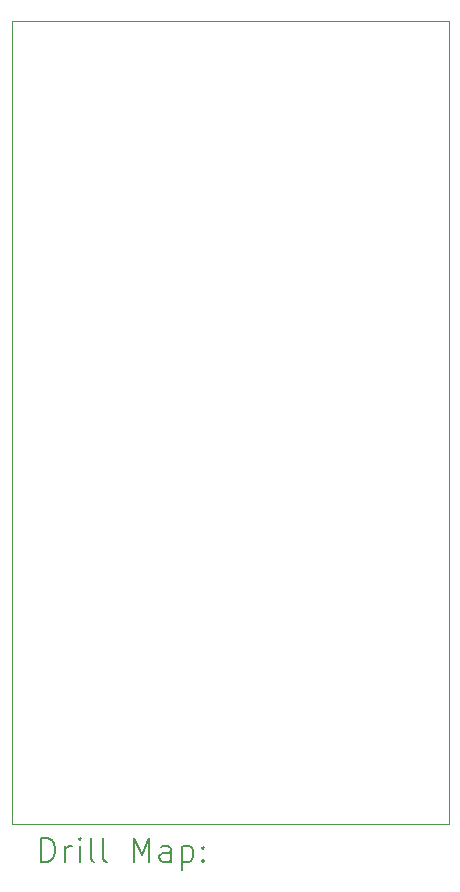
<source format=gbr>
%TF.GenerationSoftware,KiCad,Pcbnew,(6.0.11-0)*%
%TF.CreationDate,2024-11-12T18:08:24+07:00*%
%TF.ProjectId,1,312e6b69-6361-4645-9f70-636258585858,rev?*%
%TF.SameCoordinates,Original*%
%TF.FileFunction,Drillmap*%
%TF.FilePolarity,Positive*%
%FSLAX45Y45*%
G04 Gerber Fmt 4.5, Leading zero omitted, Abs format (unit mm)*
G04 Created by KiCad (PCBNEW (6.0.11-0)) date 2024-11-12 18:08:24*
%MOMM*%
%LPD*%
G01*
G04 APERTURE LIST*
%ADD10C,0.100000*%
%ADD11C,0.200000*%
G04 APERTURE END LIST*
D10*
X10400000Y-2700000D02*
X10400000Y-9500000D01*
X10400000Y-9500000D02*
X14100000Y-9500000D01*
X14100000Y-9500000D02*
X14100000Y-2700000D01*
X14100000Y-2700000D02*
X10400000Y-2700000D01*
D11*
X10652619Y-9815476D02*
X10652619Y-9615476D01*
X10700238Y-9615476D01*
X10728810Y-9625000D01*
X10747857Y-9644048D01*
X10757381Y-9663095D01*
X10766905Y-9701190D01*
X10766905Y-9729762D01*
X10757381Y-9767857D01*
X10747857Y-9786905D01*
X10728810Y-9805952D01*
X10700238Y-9815476D01*
X10652619Y-9815476D01*
X10852619Y-9815476D02*
X10852619Y-9682143D01*
X10852619Y-9720238D02*
X10862143Y-9701190D01*
X10871667Y-9691667D01*
X10890714Y-9682143D01*
X10909762Y-9682143D01*
X10976429Y-9815476D02*
X10976429Y-9682143D01*
X10976429Y-9615476D02*
X10966905Y-9625000D01*
X10976429Y-9634524D01*
X10985952Y-9625000D01*
X10976429Y-9615476D01*
X10976429Y-9634524D01*
X11100238Y-9815476D02*
X11081190Y-9805952D01*
X11071667Y-9786905D01*
X11071667Y-9615476D01*
X11205000Y-9815476D02*
X11185952Y-9805952D01*
X11176429Y-9786905D01*
X11176429Y-9615476D01*
X11433571Y-9815476D02*
X11433571Y-9615476D01*
X11500238Y-9758333D01*
X11566905Y-9615476D01*
X11566905Y-9815476D01*
X11747857Y-9815476D02*
X11747857Y-9710714D01*
X11738333Y-9691667D01*
X11719286Y-9682143D01*
X11681190Y-9682143D01*
X11662143Y-9691667D01*
X11747857Y-9805952D02*
X11728809Y-9815476D01*
X11681190Y-9815476D01*
X11662143Y-9805952D01*
X11652619Y-9786905D01*
X11652619Y-9767857D01*
X11662143Y-9748810D01*
X11681190Y-9739286D01*
X11728809Y-9739286D01*
X11747857Y-9729762D01*
X11843095Y-9682143D02*
X11843095Y-9882143D01*
X11843095Y-9691667D02*
X11862143Y-9682143D01*
X11900238Y-9682143D01*
X11919286Y-9691667D01*
X11928809Y-9701190D01*
X11938333Y-9720238D01*
X11938333Y-9777381D01*
X11928809Y-9796429D01*
X11919286Y-9805952D01*
X11900238Y-9815476D01*
X11862143Y-9815476D01*
X11843095Y-9805952D01*
X12024048Y-9796429D02*
X12033571Y-9805952D01*
X12024048Y-9815476D01*
X12014524Y-9805952D01*
X12024048Y-9796429D01*
X12024048Y-9815476D01*
X12024048Y-9691667D02*
X12033571Y-9701190D01*
X12024048Y-9710714D01*
X12014524Y-9701190D01*
X12024048Y-9691667D01*
X12024048Y-9710714D01*
M02*

</source>
